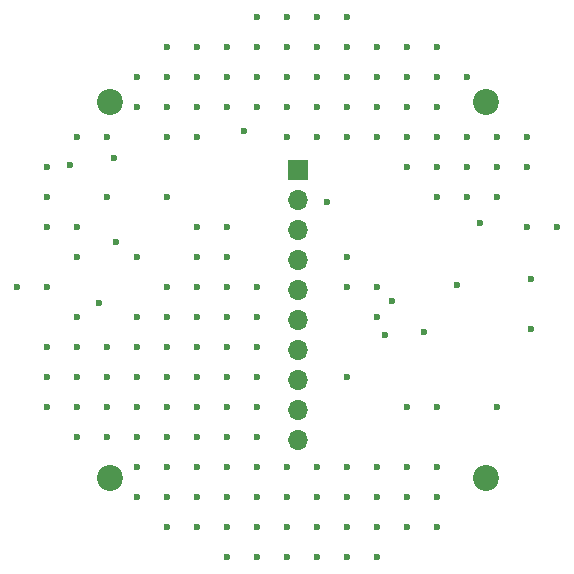
<source format=gbs>
G04 #@! TF.GenerationSoftware,KiCad,Pcbnew,8.0.1*
G04 #@! TF.CreationDate,2024-06-09T19:35:52+05:00*
G04 #@! TF.ProjectId,bno85,626e6f38-352e-46b6-9963-61645f706362,rev?*
G04 #@! TF.SameCoordinates,Original*
G04 #@! TF.FileFunction,Soldermask,Bot*
G04 #@! TF.FilePolarity,Negative*
%FSLAX46Y46*%
G04 Gerber Fmt 4.6, Leading zero omitted, Abs format (unit mm)*
G04 Created by KiCad (PCBNEW 8.0.1) date 2024-06-09 19:35:52*
%MOMM*%
%LPD*%
G01*
G04 APERTURE LIST*
%ADD10C,2.200000*%
%ADD11R,1.700000X1.700000*%
%ADD12O,1.700000X1.700000*%
%ADD13C,0.600000*%
G04 APERTURE END LIST*
D10*
X222959902Y-80790097D03*
D11*
X207050000Y-86540000D03*
D12*
X207050000Y-89080000D03*
X207050000Y-91619999D03*
X207050000Y-94160000D03*
X207050000Y-96700000D03*
X207050000Y-99240000D03*
X207050000Y-101780000D03*
X207050000Y-104320001D03*
X207050000Y-106860000D03*
X207050000Y-109400000D03*
D10*
X191140097Y-80790097D03*
X191140097Y-112609902D03*
X222959902Y-112609902D03*
D13*
X218850000Y-116720000D03*
X216310000Y-78620000D03*
X198530000Y-91320000D03*
X195990000Y-109100000D03*
X203610000Y-109100000D03*
X213770000Y-81160000D03*
X190250000Y-97750000D03*
X216310000Y-106560000D03*
X215000000Y-97600000D03*
X222500000Y-91000000D03*
X217750000Y-100250000D03*
X203610000Y-101480000D03*
X198530000Y-114180000D03*
X195990000Y-101480000D03*
X198530000Y-93860000D03*
X195990000Y-98940000D03*
X185830000Y-86240000D03*
X221390000Y-86240000D03*
X218850000Y-76080000D03*
X195990000Y-114180000D03*
X206150000Y-83700000D03*
X195990000Y-83700000D03*
X193450000Y-93860000D03*
X193450000Y-114180000D03*
X201070000Y-93860000D03*
X206150000Y-73540000D03*
X223930000Y-86240000D03*
X195990000Y-81160000D03*
X211230000Y-78620000D03*
X195990000Y-106560000D03*
X185830000Y-96400000D03*
X198530000Y-104020000D03*
X216310000Y-111640000D03*
X188370000Y-104020000D03*
X185830000Y-106560000D03*
X216310000Y-81160000D03*
X201070000Y-116720000D03*
X218850000Y-78620000D03*
X193450000Y-109100000D03*
X218850000Y-86240000D03*
X201070000Y-76080000D03*
X198530000Y-98940000D03*
X211230000Y-111640000D03*
X198530000Y-96400000D03*
X226470000Y-83700000D03*
X198530000Y-106560000D03*
X193450000Y-111640000D03*
X188370000Y-91320000D03*
X193450000Y-81160000D03*
X188370000Y-83700000D03*
X216310000Y-76080000D03*
X203610000Y-119260000D03*
X211230000Y-96400000D03*
X201070000Y-96400000D03*
X201070000Y-104020000D03*
X203610000Y-104020000D03*
X213770000Y-111640000D03*
X211230000Y-93860000D03*
X198530000Y-81160000D03*
X191650000Y-92600000D03*
X220493948Y-96257566D03*
X221390000Y-78620000D03*
X203610000Y-111640000D03*
X188370000Y-98940000D03*
X218850000Y-88780000D03*
X203610000Y-76080000D03*
X201070000Y-78620000D03*
X209500000Y-89250000D03*
X206150000Y-111640000D03*
X208690000Y-111640000D03*
X195990000Y-116720000D03*
X213770000Y-96400000D03*
X208690000Y-116720000D03*
X226470000Y-91320000D03*
X203610000Y-114180000D03*
X187800000Y-86074999D03*
X188370000Y-101480000D03*
X211230000Y-104020000D03*
X190910000Y-106560000D03*
X213770000Y-114180000D03*
X201070000Y-91320000D03*
X208690000Y-78620000D03*
X216310000Y-116720000D03*
X203610000Y-116720000D03*
X208690000Y-73540000D03*
X218850000Y-111640000D03*
X198530000Y-78620000D03*
X198530000Y-83700000D03*
X213770000Y-78620000D03*
X185830000Y-88780000D03*
X188370000Y-109100000D03*
X190910000Y-88780000D03*
X190910000Y-104020000D03*
X191500000Y-85500000D03*
X203610000Y-106560000D03*
X206150000Y-76080000D03*
X201070000Y-81160000D03*
X185830000Y-101480000D03*
X223930000Y-88780000D03*
X203610000Y-98940000D03*
X221390000Y-88780000D03*
X211230000Y-73540000D03*
X185830000Y-91320000D03*
X183290000Y-96400000D03*
X206150000Y-116720000D03*
X211230000Y-116720000D03*
X190910000Y-83700000D03*
X195990000Y-96400000D03*
X201070000Y-106560000D03*
X226470000Y-86240000D03*
X211230000Y-119260000D03*
X201070000Y-119260000D03*
X206150000Y-119260000D03*
X203610000Y-96400000D03*
X201070000Y-111640000D03*
X195990000Y-111640000D03*
X213770000Y-76080000D03*
X208690000Y-76080000D03*
X206150000Y-78620000D03*
X188370000Y-93860000D03*
X211230000Y-114180000D03*
X213770000Y-119260000D03*
X211230000Y-83700000D03*
X193450000Y-104020000D03*
X195990000Y-104020000D03*
X195990000Y-76080000D03*
X208690000Y-81160000D03*
X213770000Y-116720000D03*
X211230000Y-81160000D03*
X216310000Y-83700000D03*
X195990000Y-88780000D03*
X203610000Y-78620000D03*
X216310000Y-114180000D03*
X213770000Y-98940000D03*
X211230000Y-76080000D03*
X201070000Y-101480000D03*
X208690000Y-114180000D03*
X195990000Y-78620000D03*
X190910000Y-101480000D03*
X223930000Y-106560000D03*
X208690000Y-119260000D03*
X206150000Y-81160000D03*
X198530000Y-109100000D03*
X218850000Y-81160000D03*
X206150000Y-114180000D03*
X221390000Y-83700000D03*
X193450000Y-78620000D03*
X198530000Y-76080000D03*
X198530000Y-116720000D03*
X216310000Y-86240000D03*
X214400000Y-100500000D03*
X193450000Y-106560000D03*
X202500000Y-83250000D03*
X223930000Y-83700000D03*
X208690000Y-83700000D03*
X218850000Y-83700000D03*
X188370000Y-106560000D03*
X201070000Y-98940000D03*
X190910000Y-109100000D03*
X218850000Y-114180000D03*
X193450000Y-98940000D03*
X193450000Y-101480000D03*
X201070000Y-109100000D03*
X229010000Y-91320000D03*
X218850000Y-106560000D03*
X213770000Y-83700000D03*
X198530000Y-101480000D03*
X201070000Y-114180000D03*
X203610000Y-73540000D03*
X198530000Y-111640000D03*
X203610000Y-81160000D03*
X185830000Y-104020000D03*
X226750000Y-100000000D03*
X226750000Y-95750000D03*
M02*

</source>
